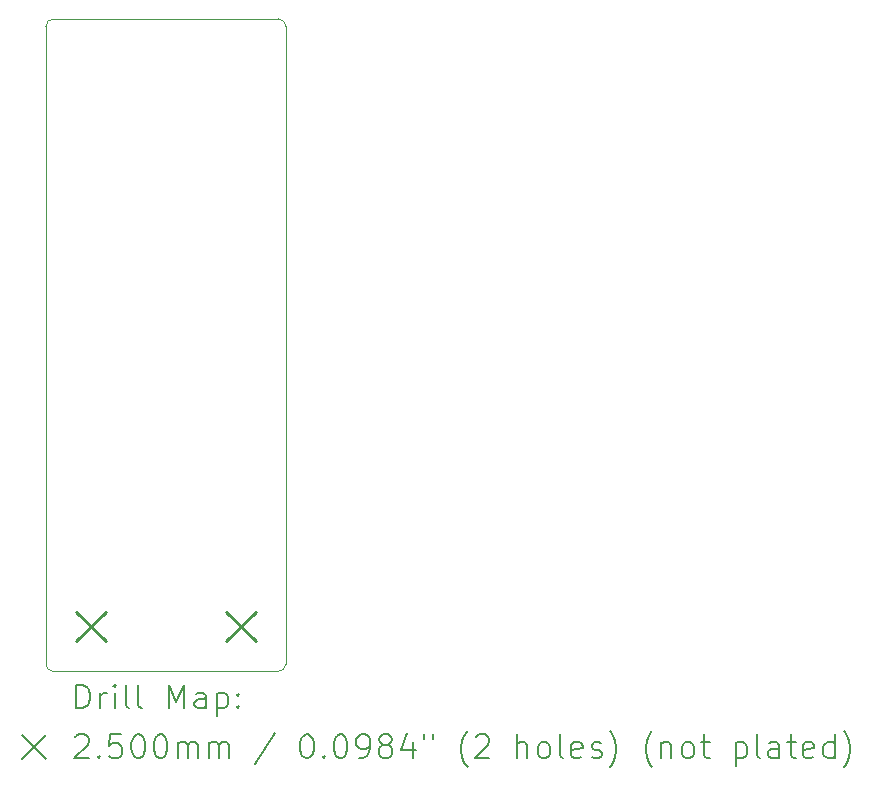
<source format=gbr>
%TF.GenerationSoftware,KiCad,Pcbnew,7.0.11-7.0.11~ubuntu20.04.1*%
%TF.CreationDate,2024-08-22T00:47:42+02:00*%
%TF.ProjectId,kicad-pmod-semaphore,6b696361-642d-4706-9d6f-642d73656d61,1.0*%
%TF.SameCoordinates,Original*%
%TF.FileFunction,Drillmap*%
%TF.FilePolarity,Positive*%
%FSLAX45Y45*%
G04 Gerber Fmt 4.5, Leading zero omitted, Abs format (unit mm)*
G04 Created by KiCad (PCBNEW 7.0.11-7.0.11~ubuntu20.04.1) date 2024-08-22 00:47:42*
%MOMM*%
%LPD*%
G01*
G04 APERTURE LIST*
%ADD10C,0.050000*%
%ADD11C,0.200000*%
%ADD12C,0.250000*%
G04 APERTURE END LIST*
D10*
X13017500Y-9969500D02*
G75*
G03*
X13081000Y-9906000I0J63500D01*
G01*
X11049000Y-9906000D02*
G75*
G03*
X11112500Y-9969500I63500J0D01*
G01*
X11112500Y-4445000D02*
G75*
G03*
X11049000Y-4508500I0J-63500D01*
G01*
X13081000Y-4508500D02*
G75*
G03*
X13017500Y-4445000I-63500J0D01*
G01*
X13017500Y-4445000D02*
X11112500Y-4445000D01*
X13081000Y-9906000D02*
X13081000Y-4508500D01*
X11112500Y-9969500D02*
X13017500Y-9969500D01*
X11049000Y-4508500D02*
X11049000Y-9906000D01*
D11*
D12*
X11305000Y-9463500D02*
X11555000Y-9713500D01*
X11555000Y-9463500D02*
X11305000Y-9713500D01*
X12575000Y-9463500D02*
X12825000Y-9713500D01*
X12825000Y-9463500D02*
X12575000Y-9713500D01*
D11*
X11307277Y-10283484D02*
X11307277Y-10083484D01*
X11307277Y-10083484D02*
X11354896Y-10083484D01*
X11354896Y-10083484D02*
X11383467Y-10093008D01*
X11383467Y-10093008D02*
X11402515Y-10112055D01*
X11402515Y-10112055D02*
X11412039Y-10131103D01*
X11412039Y-10131103D02*
X11421562Y-10169198D01*
X11421562Y-10169198D02*
X11421562Y-10197770D01*
X11421562Y-10197770D02*
X11412039Y-10235865D01*
X11412039Y-10235865D02*
X11402515Y-10254912D01*
X11402515Y-10254912D02*
X11383467Y-10273960D01*
X11383467Y-10273960D02*
X11354896Y-10283484D01*
X11354896Y-10283484D02*
X11307277Y-10283484D01*
X11507277Y-10283484D02*
X11507277Y-10150150D01*
X11507277Y-10188246D02*
X11516801Y-10169198D01*
X11516801Y-10169198D02*
X11526324Y-10159674D01*
X11526324Y-10159674D02*
X11545372Y-10150150D01*
X11545372Y-10150150D02*
X11564420Y-10150150D01*
X11631086Y-10283484D02*
X11631086Y-10150150D01*
X11631086Y-10083484D02*
X11621562Y-10093008D01*
X11621562Y-10093008D02*
X11631086Y-10102531D01*
X11631086Y-10102531D02*
X11640610Y-10093008D01*
X11640610Y-10093008D02*
X11631086Y-10083484D01*
X11631086Y-10083484D02*
X11631086Y-10102531D01*
X11754896Y-10283484D02*
X11735848Y-10273960D01*
X11735848Y-10273960D02*
X11726324Y-10254912D01*
X11726324Y-10254912D02*
X11726324Y-10083484D01*
X11859658Y-10283484D02*
X11840610Y-10273960D01*
X11840610Y-10273960D02*
X11831086Y-10254912D01*
X11831086Y-10254912D02*
X11831086Y-10083484D01*
X12088229Y-10283484D02*
X12088229Y-10083484D01*
X12088229Y-10083484D02*
X12154896Y-10226341D01*
X12154896Y-10226341D02*
X12221562Y-10083484D01*
X12221562Y-10083484D02*
X12221562Y-10283484D01*
X12402515Y-10283484D02*
X12402515Y-10178722D01*
X12402515Y-10178722D02*
X12392991Y-10159674D01*
X12392991Y-10159674D02*
X12373943Y-10150150D01*
X12373943Y-10150150D02*
X12335848Y-10150150D01*
X12335848Y-10150150D02*
X12316801Y-10159674D01*
X12402515Y-10273960D02*
X12383467Y-10283484D01*
X12383467Y-10283484D02*
X12335848Y-10283484D01*
X12335848Y-10283484D02*
X12316801Y-10273960D01*
X12316801Y-10273960D02*
X12307277Y-10254912D01*
X12307277Y-10254912D02*
X12307277Y-10235865D01*
X12307277Y-10235865D02*
X12316801Y-10216817D01*
X12316801Y-10216817D02*
X12335848Y-10207293D01*
X12335848Y-10207293D02*
X12383467Y-10207293D01*
X12383467Y-10207293D02*
X12402515Y-10197770D01*
X12497753Y-10150150D02*
X12497753Y-10350150D01*
X12497753Y-10159674D02*
X12516801Y-10150150D01*
X12516801Y-10150150D02*
X12554896Y-10150150D01*
X12554896Y-10150150D02*
X12573943Y-10159674D01*
X12573943Y-10159674D02*
X12583467Y-10169198D01*
X12583467Y-10169198D02*
X12592991Y-10188246D01*
X12592991Y-10188246D02*
X12592991Y-10245389D01*
X12592991Y-10245389D02*
X12583467Y-10264436D01*
X12583467Y-10264436D02*
X12573943Y-10273960D01*
X12573943Y-10273960D02*
X12554896Y-10283484D01*
X12554896Y-10283484D02*
X12516801Y-10283484D01*
X12516801Y-10283484D02*
X12497753Y-10273960D01*
X12678705Y-10264436D02*
X12688229Y-10273960D01*
X12688229Y-10273960D02*
X12678705Y-10283484D01*
X12678705Y-10283484D02*
X12669182Y-10273960D01*
X12669182Y-10273960D02*
X12678705Y-10264436D01*
X12678705Y-10264436D02*
X12678705Y-10283484D01*
X12678705Y-10159674D02*
X12688229Y-10169198D01*
X12688229Y-10169198D02*
X12678705Y-10178722D01*
X12678705Y-10178722D02*
X12669182Y-10169198D01*
X12669182Y-10169198D02*
X12678705Y-10159674D01*
X12678705Y-10159674D02*
X12678705Y-10178722D01*
X10846500Y-10512000D02*
X11046500Y-10712000D01*
X11046500Y-10512000D02*
X10846500Y-10712000D01*
X11297753Y-10522531D02*
X11307277Y-10513008D01*
X11307277Y-10513008D02*
X11326324Y-10503484D01*
X11326324Y-10503484D02*
X11373943Y-10503484D01*
X11373943Y-10503484D02*
X11392991Y-10513008D01*
X11392991Y-10513008D02*
X11402515Y-10522531D01*
X11402515Y-10522531D02*
X11412039Y-10541579D01*
X11412039Y-10541579D02*
X11412039Y-10560627D01*
X11412039Y-10560627D02*
X11402515Y-10589198D01*
X11402515Y-10589198D02*
X11288229Y-10703484D01*
X11288229Y-10703484D02*
X11412039Y-10703484D01*
X11497753Y-10684436D02*
X11507277Y-10693960D01*
X11507277Y-10693960D02*
X11497753Y-10703484D01*
X11497753Y-10703484D02*
X11488229Y-10693960D01*
X11488229Y-10693960D02*
X11497753Y-10684436D01*
X11497753Y-10684436D02*
X11497753Y-10703484D01*
X11688229Y-10503484D02*
X11592991Y-10503484D01*
X11592991Y-10503484D02*
X11583467Y-10598722D01*
X11583467Y-10598722D02*
X11592991Y-10589198D01*
X11592991Y-10589198D02*
X11612039Y-10579674D01*
X11612039Y-10579674D02*
X11659658Y-10579674D01*
X11659658Y-10579674D02*
X11678705Y-10589198D01*
X11678705Y-10589198D02*
X11688229Y-10598722D01*
X11688229Y-10598722D02*
X11697753Y-10617770D01*
X11697753Y-10617770D02*
X11697753Y-10665389D01*
X11697753Y-10665389D02*
X11688229Y-10684436D01*
X11688229Y-10684436D02*
X11678705Y-10693960D01*
X11678705Y-10693960D02*
X11659658Y-10703484D01*
X11659658Y-10703484D02*
X11612039Y-10703484D01*
X11612039Y-10703484D02*
X11592991Y-10693960D01*
X11592991Y-10693960D02*
X11583467Y-10684436D01*
X11821562Y-10503484D02*
X11840610Y-10503484D01*
X11840610Y-10503484D02*
X11859658Y-10513008D01*
X11859658Y-10513008D02*
X11869182Y-10522531D01*
X11869182Y-10522531D02*
X11878705Y-10541579D01*
X11878705Y-10541579D02*
X11888229Y-10579674D01*
X11888229Y-10579674D02*
X11888229Y-10627293D01*
X11888229Y-10627293D02*
X11878705Y-10665389D01*
X11878705Y-10665389D02*
X11869182Y-10684436D01*
X11869182Y-10684436D02*
X11859658Y-10693960D01*
X11859658Y-10693960D02*
X11840610Y-10703484D01*
X11840610Y-10703484D02*
X11821562Y-10703484D01*
X11821562Y-10703484D02*
X11802515Y-10693960D01*
X11802515Y-10693960D02*
X11792991Y-10684436D01*
X11792991Y-10684436D02*
X11783467Y-10665389D01*
X11783467Y-10665389D02*
X11773943Y-10627293D01*
X11773943Y-10627293D02*
X11773943Y-10579674D01*
X11773943Y-10579674D02*
X11783467Y-10541579D01*
X11783467Y-10541579D02*
X11792991Y-10522531D01*
X11792991Y-10522531D02*
X11802515Y-10513008D01*
X11802515Y-10513008D02*
X11821562Y-10503484D01*
X12012039Y-10503484D02*
X12031086Y-10503484D01*
X12031086Y-10503484D02*
X12050134Y-10513008D01*
X12050134Y-10513008D02*
X12059658Y-10522531D01*
X12059658Y-10522531D02*
X12069182Y-10541579D01*
X12069182Y-10541579D02*
X12078705Y-10579674D01*
X12078705Y-10579674D02*
X12078705Y-10627293D01*
X12078705Y-10627293D02*
X12069182Y-10665389D01*
X12069182Y-10665389D02*
X12059658Y-10684436D01*
X12059658Y-10684436D02*
X12050134Y-10693960D01*
X12050134Y-10693960D02*
X12031086Y-10703484D01*
X12031086Y-10703484D02*
X12012039Y-10703484D01*
X12012039Y-10703484D02*
X11992991Y-10693960D01*
X11992991Y-10693960D02*
X11983467Y-10684436D01*
X11983467Y-10684436D02*
X11973943Y-10665389D01*
X11973943Y-10665389D02*
X11964420Y-10627293D01*
X11964420Y-10627293D02*
X11964420Y-10579674D01*
X11964420Y-10579674D02*
X11973943Y-10541579D01*
X11973943Y-10541579D02*
X11983467Y-10522531D01*
X11983467Y-10522531D02*
X11992991Y-10513008D01*
X11992991Y-10513008D02*
X12012039Y-10503484D01*
X12164420Y-10703484D02*
X12164420Y-10570150D01*
X12164420Y-10589198D02*
X12173943Y-10579674D01*
X12173943Y-10579674D02*
X12192991Y-10570150D01*
X12192991Y-10570150D02*
X12221563Y-10570150D01*
X12221563Y-10570150D02*
X12240610Y-10579674D01*
X12240610Y-10579674D02*
X12250134Y-10598722D01*
X12250134Y-10598722D02*
X12250134Y-10703484D01*
X12250134Y-10598722D02*
X12259658Y-10579674D01*
X12259658Y-10579674D02*
X12278705Y-10570150D01*
X12278705Y-10570150D02*
X12307277Y-10570150D01*
X12307277Y-10570150D02*
X12326324Y-10579674D01*
X12326324Y-10579674D02*
X12335848Y-10598722D01*
X12335848Y-10598722D02*
X12335848Y-10703484D01*
X12431086Y-10703484D02*
X12431086Y-10570150D01*
X12431086Y-10589198D02*
X12440610Y-10579674D01*
X12440610Y-10579674D02*
X12459658Y-10570150D01*
X12459658Y-10570150D02*
X12488229Y-10570150D01*
X12488229Y-10570150D02*
X12507277Y-10579674D01*
X12507277Y-10579674D02*
X12516801Y-10598722D01*
X12516801Y-10598722D02*
X12516801Y-10703484D01*
X12516801Y-10598722D02*
X12526324Y-10579674D01*
X12526324Y-10579674D02*
X12545372Y-10570150D01*
X12545372Y-10570150D02*
X12573943Y-10570150D01*
X12573943Y-10570150D02*
X12592991Y-10579674D01*
X12592991Y-10579674D02*
X12602515Y-10598722D01*
X12602515Y-10598722D02*
X12602515Y-10703484D01*
X12992991Y-10493960D02*
X12821563Y-10751103D01*
X13250134Y-10503484D02*
X13269182Y-10503484D01*
X13269182Y-10503484D02*
X13288229Y-10513008D01*
X13288229Y-10513008D02*
X13297753Y-10522531D01*
X13297753Y-10522531D02*
X13307277Y-10541579D01*
X13307277Y-10541579D02*
X13316801Y-10579674D01*
X13316801Y-10579674D02*
X13316801Y-10627293D01*
X13316801Y-10627293D02*
X13307277Y-10665389D01*
X13307277Y-10665389D02*
X13297753Y-10684436D01*
X13297753Y-10684436D02*
X13288229Y-10693960D01*
X13288229Y-10693960D02*
X13269182Y-10703484D01*
X13269182Y-10703484D02*
X13250134Y-10703484D01*
X13250134Y-10703484D02*
X13231086Y-10693960D01*
X13231086Y-10693960D02*
X13221563Y-10684436D01*
X13221563Y-10684436D02*
X13212039Y-10665389D01*
X13212039Y-10665389D02*
X13202515Y-10627293D01*
X13202515Y-10627293D02*
X13202515Y-10579674D01*
X13202515Y-10579674D02*
X13212039Y-10541579D01*
X13212039Y-10541579D02*
X13221563Y-10522531D01*
X13221563Y-10522531D02*
X13231086Y-10513008D01*
X13231086Y-10513008D02*
X13250134Y-10503484D01*
X13402515Y-10684436D02*
X13412039Y-10693960D01*
X13412039Y-10693960D02*
X13402515Y-10703484D01*
X13402515Y-10703484D02*
X13392991Y-10693960D01*
X13392991Y-10693960D02*
X13402515Y-10684436D01*
X13402515Y-10684436D02*
X13402515Y-10703484D01*
X13535848Y-10503484D02*
X13554896Y-10503484D01*
X13554896Y-10503484D02*
X13573944Y-10513008D01*
X13573944Y-10513008D02*
X13583467Y-10522531D01*
X13583467Y-10522531D02*
X13592991Y-10541579D01*
X13592991Y-10541579D02*
X13602515Y-10579674D01*
X13602515Y-10579674D02*
X13602515Y-10627293D01*
X13602515Y-10627293D02*
X13592991Y-10665389D01*
X13592991Y-10665389D02*
X13583467Y-10684436D01*
X13583467Y-10684436D02*
X13573944Y-10693960D01*
X13573944Y-10693960D02*
X13554896Y-10703484D01*
X13554896Y-10703484D02*
X13535848Y-10703484D01*
X13535848Y-10703484D02*
X13516801Y-10693960D01*
X13516801Y-10693960D02*
X13507277Y-10684436D01*
X13507277Y-10684436D02*
X13497753Y-10665389D01*
X13497753Y-10665389D02*
X13488229Y-10627293D01*
X13488229Y-10627293D02*
X13488229Y-10579674D01*
X13488229Y-10579674D02*
X13497753Y-10541579D01*
X13497753Y-10541579D02*
X13507277Y-10522531D01*
X13507277Y-10522531D02*
X13516801Y-10513008D01*
X13516801Y-10513008D02*
X13535848Y-10503484D01*
X13697753Y-10703484D02*
X13735848Y-10703484D01*
X13735848Y-10703484D02*
X13754896Y-10693960D01*
X13754896Y-10693960D02*
X13764420Y-10684436D01*
X13764420Y-10684436D02*
X13783467Y-10655865D01*
X13783467Y-10655865D02*
X13792991Y-10617770D01*
X13792991Y-10617770D02*
X13792991Y-10541579D01*
X13792991Y-10541579D02*
X13783467Y-10522531D01*
X13783467Y-10522531D02*
X13773944Y-10513008D01*
X13773944Y-10513008D02*
X13754896Y-10503484D01*
X13754896Y-10503484D02*
X13716801Y-10503484D01*
X13716801Y-10503484D02*
X13697753Y-10513008D01*
X13697753Y-10513008D02*
X13688229Y-10522531D01*
X13688229Y-10522531D02*
X13678706Y-10541579D01*
X13678706Y-10541579D02*
X13678706Y-10589198D01*
X13678706Y-10589198D02*
X13688229Y-10608246D01*
X13688229Y-10608246D02*
X13697753Y-10617770D01*
X13697753Y-10617770D02*
X13716801Y-10627293D01*
X13716801Y-10627293D02*
X13754896Y-10627293D01*
X13754896Y-10627293D02*
X13773944Y-10617770D01*
X13773944Y-10617770D02*
X13783467Y-10608246D01*
X13783467Y-10608246D02*
X13792991Y-10589198D01*
X13907277Y-10589198D02*
X13888229Y-10579674D01*
X13888229Y-10579674D02*
X13878706Y-10570150D01*
X13878706Y-10570150D02*
X13869182Y-10551103D01*
X13869182Y-10551103D02*
X13869182Y-10541579D01*
X13869182Y-10541579D02*
X13878706Y-10522531D01*
X13878706Y-10522531D02*
X13888229Y-10513008D01*
X13888229Y-10513008D02*
X13907277Y-10503484D01*
X13907277Y-10503484D02*
X13945372Y-10503484D01*
X13945372Y-10503484D02*
X13964420Y-10513008D01*
X13964420Y-10513008D02*
X13973944Y-10522531D01*
X13973944Y-10522531D02*
X13983467Y-10541579D01*
X13983467Y-10541579D02*
X13983467Y-10551103D01*
X13983467Y-10551103D02*
X13973944Y-10570150D01*
X13973944Y-10570150D02*
X13964420Y-10579674D01*
X13964420Y-10579674D02*
X13945372Y-10589198D01*
X13945372Y-10589198D02*
X13907277Y-10589198D01*
X13907277Y-10589198D02*
X13888229Y-10598722D01*
X13888229Y-10598722D02*
X13878706Y-10608246D01*
X13878706Y-10608246D02*
X13869182Y-10627293D01*
X13869182Y-10627293D02*
X13869182Y-10665389D01*
X13869182Y-10665389D02*
X13878706Y-10684436D01*
X13878706Y-10684436D02*
X13888229Y-10693960D01*
X13888229Y-10693960D02*
X13907277Y-10703484D01*
X13907277Y-10703484D02*
X13945372Y-10703484D01*
X13945372Y-10703484D02*
X13964420Y-10693960D01*
X13964420Y-10693960D02*
X13973944Y-10684436D01*
X13973944Y-10684436D02*
X13983467Y-10665389D01*
X13983467Y-10665389D02*
X13983467Y-10627293D01*
X13983467Y-10627293D02*
X13973944Y-10608246D01*
X13973944Y-10608246D02*
X13964420Y-10598722D01*
X13964420Y-10598722D02*
X13945372Y-10589198D01*
X14154896Y-10570150D02*
X14154896Y-10703484D01*
X14107277Y-10493960D02*
X14059658Y-10636817D01*
X14059658Y-10636817D02*
X14183467Y-10636817D01*
X14250134Y-10503484D02*
X14250134Y-10541579D01*
X14326325Y-10503484D02*
X14326325Y-10541579D01*
X14621563Y-10779674D02*
X14612039Y-10770150D01*
X14612039Y-10770150D02*
X14592991Y-10741579D01*
X14592991Y-10741579D02*
X14583468Y-10722531D01*
X14583468Y-10722531D02*
X14573944Y-10693960D01*
X14573944Y-10693960D02*
X14564420Y-10646341D01*
X14564420Y-10646341D02*
X14564420Y-10608246D01*
X14564420Y-10608246D02*
X14573944Y-10560627D01*
X14573944Y-10560627D02*
X14583468Y-10532055D01*
X14583468Y-10532055D02*
X14592991Y-10513008D01*
X14592991Y-10513008D02*
X14612039Y-10484436D01*
X14612039Y-10484436D02*
X14621563Y-10474912D01*
X14688229Y-10522531D02*
X14697753Y-10513008D01*
X14697753Y-10513008D02*
X14716801Y-10503484D01*
X14716801Y-10503484D02*
X14764420Y-10503484D01*
X14764420Y-10503484D02*
X14783468Y-10513008D01*
X14783468Y-10513008D02*
X14792991Y-10522531D01*
X14792991Y-10522531D02*
X14802515Y-10541579D01*
X14802515Y-10541579D02*
X14802515Y-10560627D01*
X14802515Y-10560627D02*
X14792991Y-10589198D01*
X14792991Y-10589198D02*
X14678706Y-10703484D01*
X14678706Y-10703484D02*
X14802515Y-10703484D01*
X15040610Y-10703484D02*
X15040610Y-10503484D01*
X15126325Y-10703484D02*
X15126325Y-10598722D01*
X15126325Y-10598722D02*
X15116801Y-10579674D01*
X15116801Y-10579674D02*
X15097753Y-10570150D01*
X15097753Y-10570150D02*
X15069182Y-10570150D01*
X15069182Y-10570150D02*
X15050134Y-10579674D01*
X15050134Y-10579674D02*
X15040610Y-10589198D01*
X15250134Y-10703484D02*
X15231087Y-10693960D01*
X15231087Y-10693960D02*
X15221563Y-10684436D01*
X15221563Y-10684436D02*
X15212039Y-10665389D01*
X15212039Y-10665389D02*
X15212039Y-10608246D01*
X15212039Y-10608246D02*
X15221563Y-10589198D01*
X15221563Y-10589198D02*
X15231087Y-10579674D01*
X15231087Y-10579674D02*
X15250134Y-10570150D01*
X15250134Y-10570150D02*
X15278706Y-10570150D01*
X15278706Y-10570150D02*
X15297753Y-10579674D01*
X15297753Y-10579674D02*
X15307277Y-10589198D01*
X15307277Y-10589198D02*
X15316801Y-10608246D01*
X15316801Y-10608246D02*
X15316801Y-10665389D01*
X15316801Y-10665389D02*
X15307277Y-10684436D01*
X15307277Y-10684436D02*
X15297753Y-10693960D01*
X15297753Y-10693960D02*
X15278706Y-10703484D01*
X15278706Y-10703484D02*
X15250134Y-10703484D01*
X15431087Y-10703484D02*
X15412039Y-10693960D01*
X15412039Y-10693960D02*
X15402515Y-10674912D01*
X15402515Y-10674912D02*
X15402515Y-10503484D01*
X15583468Y-10693960D02*
X15564420Y-10703484D01*
X15564420Y-10703484D02*
X15526325Y-10703484D01*
X15526325Y-10703484D02*
X15507277Y-10693960D01*
X15507277Y-10693960D02*
X15497753Y-10674912D01*
X15497753Y-10674912D02*
X15497753Y-10598722D01*
X15497753Y-10598722D02*
X15507277Y-10579674D01*
X15507277Y-10579674D02*
X15526325Y-10570150D01*
X15526325Y-10570150D02*
X15564420Y-10570150D01*
X15564420Y-10570150D02*
X15583468Y-10579674D01*
X15583468Y-10579674D02*
X15592991Y-10598722D01*
X15592991Y-10598722D02*
X15592991Y-10617770D01*
X15592991Y-10617770D02*
X15497753Y-10636817D01*
X15669182Y-10693960D02*
X15688230Y-10703484D01*
X15688230Y-10703484D02*
X15726325Y-10703484D01*
X15726325Y-10703484D02*
X15745372Y-10693960D01*
X15745372Y-10693960D02*
X15754896Y-10674912D01*
X15754896Y-10674912D02*
X15754896Y-10665389D01*
X15754896Y-10665389D02*
X15745372Y-10646341D01*
X15745372Y-10646341D02*
X15726325Y-10636817D01*
X15726325Y-10636817D02*
X15697753Y-10636817D01*
X15697753Y-10636817D02*
X15678706Y-10627293D01*
X15678706Y-10627293D02*
X15669182Y-10608246D01*
X15669182Y-10608246D02*
X15669182Y-10598722D01*
X15669182Y-10598722D02*
X15678706Y-10579674D01*
X15678706Y-10579674D02*
X15697753Y-10570150D01*
X15697753Y-10570150D02*
X15726325Y-10570150D01*
X15726325Y-10570150D02*
X15745372Y-10579674D01*
X15821563Y-10779674D02*
X15831087Y-10770150D01*
X15831087Y-10770150D02*
X15850134Y-10741579D01*
X15850134Y-10741579D02*
X15859658Y-10722531D01*
X15859658Y-10722531D02*
X15869182Y-10693960D01*
X15869182Y-10693960D02*
X15878706Y-10646341D01*
X15878706Y-10646341D02*
X15878706Y-10608246D01*
X15878706Y-10608246D02*
X15869182Y-10560627D01*
X15869182Y-10560627D02*
X15859658Y-10532055D01*
X15859658Y-10532055D02*
X15850134Y-10513008D01*
X15850134Y-10513008D02*
X15831087Y-10484436D01*
X15831087Y-10484436D02*
X15821563Y-10474912D01*
X16183468Y-10779674D02*
X16173944Y-10770150D01*
X16173944Y-10770150D02*
X16154896Y-10741579D01*
X16154896Y-10741579D02*
X16145372Y-10722531D01*
X16145372Y-10722531D02*
X16135849Y-10693960D01*
X16135849Y-10693960D02*
X16126325Y-10646341D01*
X16126325Y-10646341D02*
X16126325Y-10608246D01*
X16126325Y-10608246D02*
X16135849Y-10560627D01*
X16135849Y-10560627D02*
X16145372Y-10532055D01*
X16145372Y-10532055D02*
X16154896Y-10513008D01*
X16154896Y-10513008D02*
X16173944Y-10484436D01*
X16173944Y-10484436D02*
X16183468Y-10474912D01*
X16259658Y-10570150D02*
X16259658Y-10703484D01*
X16259658Y-10589198D02*
X16269182Y-10579674D01*
X16269182Y-10579674D02*
X16288230Y-10570150D01*
X16288230Y-10570150D02*
X16316801Y-10570150D01*
X16316801Y-10570150D02*
X16335849Y-10579674D01*
X16335849Y-10579674D02*
X16345372Y-10598722D01*
X16345372Y-10598722D02*
X16345372Y-10703484D01*
X16469182Y-10703484D02*
X16450134Y-10693960D01*
X16450134Y-10693960D02*
X16440611Y-10684436D01*
X16440611Y-10684436D02*
X16431087Y-10665389D01*
X16431087Y-10665389D02*
X16431087Y-10608246D01*
X16431087Y-10608246D02*
X16440611Y-10589198D01*
X16440611Y-10589198D02*
X16450134Y-10579674D01*
X16450134Y-10579674D02*
X16469182Y-10570150D01*
X16469182Y-10570150D02*
X16497753Y-10570150D01*
X16497753Y-10570150D02*
X16516801Y-10579674D01*
X16516801Y-10579674D02*
X16526325Y-10589198D01*
X16526325Y-10589198D02*
X16535849Y-10608246D01*
X16535849Y-10608246D02*
X16535849Y-10665389D01*
X16535849Y-10665389D02*
X16526325Y-10684436D01*
X16526325Y-10684436D02*
X16516801Y-10693960D01*
X16516801Y-10693960D02*
X16497753Y-10703484D01*
X16497753Y-10703484D02*
X16469182Y-10703484D01*
X16592992Y-10570150D02*
X16669182Y-10570150D01*
X16621563Y-10503484D02*
X16621563Y-10674912D01*
X16621563Y-10674912D02*
X16631087Y-10693960D01*
X16631087Y-10693960D02*
X16650134Y-10703484D01*
X16650134Y-10703484D02*
X16669182Y-10703484D01*
X16888230Y-10570150D02*
X16888230Y-10770150D01*
X16888230Y-10579674D02*
X16907277Y-10570150D01*
X16907277Y-10570150D02*
X16945373Y-10570150D01*
X16945373Y-10570150D02*
X16964420Y-10579674D01*
X16964420Y-10579674D02*
X16973944Y-10589198D01*
X16973944Y-10589198D02*
X16983468Y-10608246D01*
X16983468Y-10608246D02*
X16983468Y-10665389D01*
X16983468Y-10665389D02*
X16973944Y-10684436D01*
X16973944Y-10684436D02*
X16964420Y-10693960D01*
X16964420Y-10693960D02*
X16945373Y-10703484D01*
X16945373Y-10703484D02*
X16907277Y-10703484D01*
X16907277Y-10703484D02*
X16888230Y-10693960D01*
X17097754Y-10703484D02*
X17078706Y-10693960D01*
X17078706Y-10693960D02*
X17069182Y-10674912D01*
X17069182Y-10674912D02*
X17069182Y-10503484D01*
X17259658Y-10703484D02*
X17259658Y-10598722D01*
X17259658Y-10598722D02*
X17250135Y-10579674D01*
X17250135Y-10579674D02*
X17231087Y-10570150D01*
X17231087Y-10570150D02*
X17192992Y-10570150D01*
X17192992Y-10570150D02*
X17173944Y-10579674D01*
X17259658Y-10693960D02*
X17240611Y-10703484D01*
X17240611Y-10703484D02*
X17192992Y-10703484D01*
X17192992Y-10703484D02*
X17173944Y-10693960D01*
X17173944Y-10693960D02*
X17164420Y-10674912D01*
X17164420Y-10674912D02*
X17164420Y-10655865D01*
X17164420Y-10655865D02*
X17173944Y-10636817D01*
X17173944Y-10636817D02*
X17192992Y-10627293D01*
X17192992Y-10627293D02*
X17240611Y-10627293D01*
X17240611Y-10627293D02*
X17259658Y-10617770D01*
X17326325Y-10570150D02*
X17402515Y-10570150D01*
X17354896Y-10503484D02*
X17354896Y-10674912D01*
X17354896Y-10674912D02*
X17364420Y-10693960D01*
X17364420Y-10693960D02*
X17383468Y-10703484D01*
X17383468Y-10703484D02*
X17402515Y-10703484D01*
X17545373Y-10693960D02*
X17526325Y-10703484D01*
X17526325Y-10703484D02*
X17488230Y-10703484D01*
X17488230Y-10703484D02*
X17469182Y-10693960D01*
X17469182Y-10693960D02*
X17459658Y-10674912D01*
X17459658Y-10674912D02*
X17459658Y-10598722D01*
X17459658Y-10598722D02*
X17469182Y-10579674D01*
X17469182Y-10579674D02*
X17488230Y-10570150D01*
X17488230Y-10570150D02*
X17526325Y-10570150D01*
X17526325Y-10570150D02*
X17545373Y-10579674D01*
X17545373Y-10579674D02*
X17554896Y-10598722D01*
X17554896Y-10598722D02*
X17554896Y-10617770D01*
X17554896Y-10617770D02*
X17459658Y-10636817D01*
X17726325Y-10703484D02*
X17726325Y-10503484D01*
X17726325Y-10693960D02*
X17707277Y-10703484D01*
X17707277Y-10703484D02*
X17669182Y-10703484D01*
X17669182Y-10703484D02*
X17650135Y-10693960D01*
X17650135Y-10693960D02*
X17640611Y-10684436D01*
X17640611Y-10684436D02*
X17631087Y-10665389D01*
X17631087Y-10665389D02*
X17631087Y-10608246D01*
X17631087Y-10608246D02*
X17640611Y-10589198D01*
X17640611Y-10589198D02*
X17650135Y-10579674D01*
X17650135Y-10579674D02*
X17669182Y-10570150D01*
X17669182Y-10570150D02*
X17707277Y-10570150D01*
X17707277Y-10570150D02*
X17726325Y-10579674D01*
X17802516Y-10779674D02*
X17812039Y-10770150D01*
X17812039Y-10770150D02*
X17831087Y-10741579D01*
X17831087Y-10741579D02*
X17840611Y-10722531D01*
X17840611Y-10722531D02*
X17850135Y-10693960D01*
X17850135Y-10693960D02*
X17859658Y-10646341D01*
X17859658Y-10646341D02*
X17859658Y-10608246D01*
X17859658Y-10608246D02*
X17850135Y-10560627D01*
X17850135Y-10560627D02*
X17840611Y-10532055D01*
X17840611Y-10532055D02*
X17831087Y-10513008D01*
X17831087Y-10513008D02*
X17812039Y-10484436D01*
X17812039Y-10484436D02*
X17802516Y-10474912D01*
M02*

</source>
